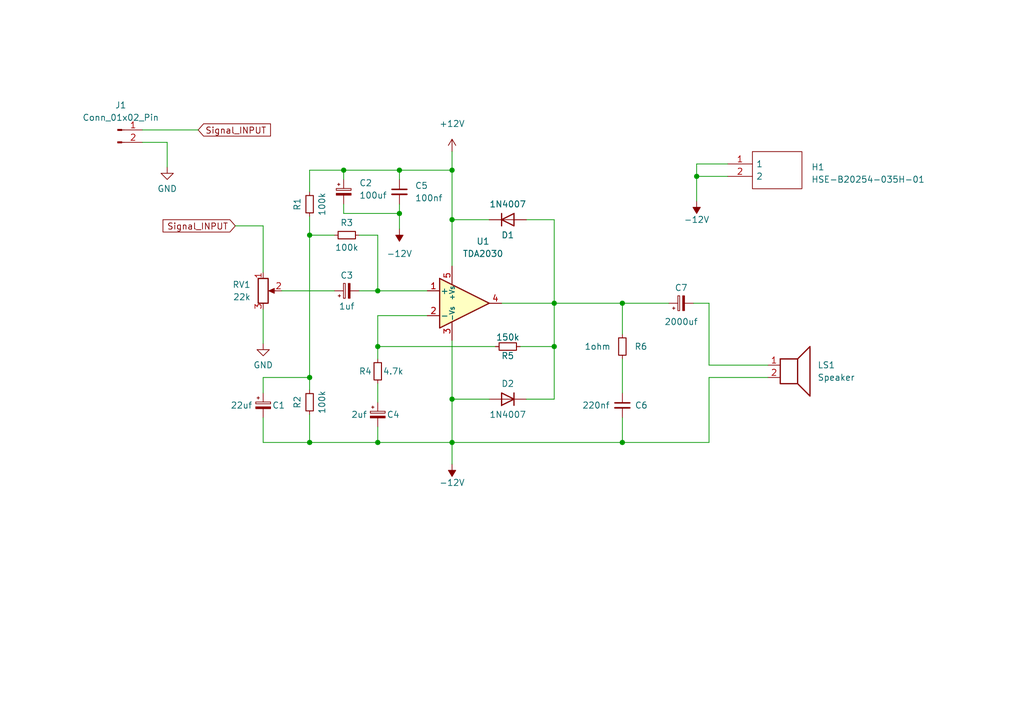
<source format=kicad_sch>
(kicad_sch (version 20230121) (generator eeschema)
  (paper "A5")
  (title_block (title "TDA_2030_CIRCUIT_DIAGRAM") (company "SPECIFIC_ELECTRONICS") (comment 1 "AUTHOR NAME - Debraj Das"))
  (lib_symbols
    (symbol "Amplifier_Audio:TDA2030" (pin_names (offset 0.127))
      (property "Reference" "U" (at 3.81 6.35 0))
      (property "Value" "TDA2030" (at 3.81 3.81 0))
      (symbol "TDA2030_0_1"
        (polyline (pts (xy -5.08 5.08) (xy 5.08 0) (xy -5.08 -5.08) (xy -5.08 5.08)) (stroke (width 0.254)) (fill (type background)))
      )
      (symbol "TDA2030_1_1"
        (pin input line (at -7.62 2.54 0) (length 2.54) (name "+") (number "1"))
        (pin input line (at -7.62 -2.54 0) (length 2.54) (name "-") (number "2"))
        (pin power_in line (at -2.54 -7.62 90) (length 3.81) (name "-Vs") (number "3"))
        (pin output line (at 7.62 0 180) (length 2.54) (name "~") (number "4"))
        (pin power_in line (at -2.54 7.62 270) (length 3.81) (name "+Vs") (number "5"))
      )
    )
    (symbol "Connector:Conn_01x02_Pin" (pin_names (offset 1.016) hide)
      (property "Reference" "J" (at 0 2.54 0))
      (property "Value" "Conn_01x02_Pin" (at 0 -5.08 0))
      (symbol "Conn_01x02_Pin_1_1"
        (polyline (pts (xy 1.27 -2.54) (xy 0.8636 -2.54)) (stroke (width 0.1524)))
        (polyline (pts (xy 1.27 0) (xy 0.8636 0)) (stroke (width 0.1524)))
        (rectangle (start 0.8636 -2.413) (end 0 -2.667) (stroke (width 0.1524)) (fill (type outline)))
        (rectangle (start 0.8636 0.127) (end 0 -0.127) (stroke (width 0.1524)) (fill (type outline)))
        (pin passive line (at 5.08 0 180) (length 3.81) (name "Pin_1") (number "1"))
        (pin passive line (at 5.08 -2.54 180) (length 3.81) (name "Pin_2") (number "2"))
      )
    )
    (symbol "Device:C_Polarized_Small" (pin_numbers hide) (pin_names (offset 0.254) hide)
      (property "Reference" "C" (at 0.254 1.778 0))
      (property "Value" "C_Polarized_Small" (at 0.254 -2.032 0))
      (symbol "C_Polarized_Small_0_1"
        (rectangle (start -1.524 -0.3048) (end 1.524 -0.6858) (fill (type outline)))
        (rectangle (start -1.524 0.6858) (end 1.524 0.3048))
        (polyline (pts (xy -1.27 1.524) (xy -0.762 1.524)))
        (polyline (pts (xy -1.016 1.27) (xy -1.016 1.778)))
      )
      (symbol "C_Polarized_Small_1_1"
        (pin passive line (at 0 2.54 270) (length 1.8542) (name "~") (number "1"))
        (pin passive line (at 0 -2.54 90) (length 1.8542) (name "~") (number "2"))
      )
    )
    (symbol "Device:C_Small" (pin_numbers hide) (pin_names (offset 0.254) hide)
      (property "Reference" "C" (at 0.254 1.778 0))
      (property "Value" "C_Small" (at 0.254 -2.032 0))
      (symbol "C_Small_0_1"
        (polyline (pts (xy -1.524 -0.508) (xy 1.524 -0.508)) (stroke (width 0.3302)))
        (polyline (pts (xy -1.524 0.508) (xy 1.524 0.508)) (stroke (width 0.3048)))
      )
      (symbol "C_Small_1_1"
        (pin passive line (at 0 2.54 270) (length 2.032) (name "~") (number "1"))
        (pin passive line (at 0 -2.54 90) (length 2.032) (name "~") (number "2"))
      )
    )
    (symbol "Device:R_Potentiometer" (pin_names (offset 1.016) hide)
      (property "Reference" "RV" (at -4.445 0 90))
      (property "Value" "R_Potentiometer" (at -2.54 0 90))
      (symbol "R_Potentiometer_0_1"
        (polyline (pts (xy 2.54 0) (xy 1.524 0)))
        (polyline (pts (xy 1.143 0) (xy 2.286 0.508) (xy 2.286 -0.508) (xy 1.143 0)) (fill (type outline)))
        (rectangle (start 1.016 2.54) (end -1.016 -2.54) (stroke (width 0.254)))
      )
      (symbol "R_Potentiometer_1_1"
        (pin passive line (at 0 3.81 270) (length 1.27) (name "1") (number "1"))
        (pin passive line (at 3.81 0 180) (length 1.27) (name "2") (number "2"))
        (pin passive line (at 0 -3.81 90) (length 1.27) (name "3") (number "3"))
      )
    )
    (symbol "Device:R_Small" (pin_numbers hide) (pin_names (offset 0.254) hide)
      (property "Reference" "R" (at 0.762 0.508 0))
      (property "Value" "R_Small" (at 0.762 -1.016 0))
      (symbol "R_Small_0_1"
        (rectangle (start -0.762 1.778) (end 0.762 -1.778) (stroke (width 0.2032)))
      )
      (symbol "R_Small_1_1"
        (pin passive line (at 0 2.54 270) (length 0.762) (name "~") (number "1"))
        (pin passive line (at 0 -2.54 90) (length 0.762) (name "~") (number "2"))
      )
    )
    (symbol "Device:Speaker" (pin_names (offset 0) hide)
      (property "Reference" "LS" (at 1.27 5.715 0))
      (property "Value" "Speaker" (at 1.27 3.81 0))
      (symbol "Speaker_0_0"
        (rectangle (start -2.54 1.27) (end 1.016 -3.81) (stroke (width 0.254)))
        (polyline (pts (xy 1.016 1.27) (xy 3.556 3.81) (xy 3.556 -6.35) (xy 1.016 -3.81)) (stroke (width 0.254)))
      )
      (symbol "Speaker_1_1"
        (pin input line (at -5.08 0 0) (length 2.54) (name "1") (number "1"))
        (pin input line (at -5.08 -2.54 0) (length 2.54) (name "2") (number "2"))
      )
    )
    (symbol "Diode:1N4007" (pin_numbers hide) (pin_names hide)
      (property "Reference" "D" (at 0 2.54 0))
      (property "Value" "1N4007" (at 0 -2.54 0))
      (symbol "1N4007_0_1"
        (polyline (pts (xy -1.27 1.27) (xy -1.27 -1.27)) (stroke (width 0.254)))
        (polyline (pts (xy 1.27 0) (xy -1.27 0)))
        (polyline (pts (xy 1.27 1.27) (xy 1.27 -1.27) (xy -1.27 0) (xy 1.27 1.27)) (stroke (width 0.254)))
      )
      (symbol "1N4007_1_1"
        (pin passive line (at -3.81 0 0) (length 2.54) (name "K") (number "1"))
        (pin passive line (at 3.81 0 180) (length 2.54) (name "A") (number "2"))
      )
    )
    (symbol "SamacSys_Parts:HSE-B20254-035H-01" (pin_names (offset 0.762))
      (property "Reference" "H" (at 16.51 7.62 0))
      (property "Value" "HSE-B20254-035H-01" (at 16.51 5.08 0))
      (symbol "HSE-B20254-035H-01_0_0"
        (pin passive line (at 0 0 0) (length 5.08) (name "1") (number "1"))
        (pin passive line (at 0 -2.54 0) (length 5.08) (name "2") (number "2"))
      )
      (symbol "HSE-B20254-035H-01_0_1"
        (polyline (pts (xy 5.08 2.54) (xy 15.24 2.54) (xy 15.24 -5.08) (xy 5.08 -5.08) (xy 5.08 2.54)) (stroke (width 0.1524)))
      )
    )
    (symbol "power:+12V" (power) (pin_names (offset 0))
      (property "Value" "+12V" (at 0 3.556 0))
      (symbol "+12V_0_1"
        (polyline (pts (xy -0.762 1.27) (xy 0 2.54)))
        (polyline (pts (xy 0 0) (xy 0 2.54)))
        (polyline (pts (xy 0 2.54) (xy 0.762 1.27)))
      )
      (symbol "+12V_1_1"
        (pin power_in line (at 0 0 90) (length 0) hide (name "+12V") (number "1"))
      )
    )
    (symbol "power:-12V" (power) (pin_names (offset 0))
      (property "Value" "-12V" (at 0 3.81 0))
      (symbol "-12V_0_0"
        (pin power_in line (at 0 0 90) (length 0) hide (name "-12V") (number "1"))
      )
      (symbol "-12V_0_1"
        (polyline (pts (xy 0 0) (xy 0 1.27) (xy 0.762 1.27) (xy 0 2.54) (xy -0.762 1.27) (xy 0 1.27)) (fill (type outline)))
      )
    )
    (symbol "power:GND" (power) (pin_names (offset 0))
      (property "Value" "GND" (at 0 -3.81 0))
      (symbol "GND_0_1"
        (polyline (pts (xy 0 0) (xy 0 -1.27) (xy 1.27 -1.27) (xy 0 -2.54) (xy -1.27 -1.27) (xy 0 -1.27)))
      )
      (symbol "GND_1_1"
        (pin power_in line (at 0 0 270) (length 0) hide (name "GND") (number "1"))
      )
    )
  )
  (junction (at 92.71 81.915))
  (junction (at 77.47 59.69))
  (junction (at 81.915 34.925))
  (junction (at 77.47 71.12))
  (junction (at 92.71 45.085))
  (junction (at 92.71 34.925))
  (junction (at 113.665 71.12))
  (junction (at 63.5 90.805))
  (junction (at 92.71 90.805))
  (junction (at 63.5 48.26))
  (junction (at 70.485 34.925))
  (junction (at 127.635 90.805))
  (junction (at 81.915 43.815))
  (junction (at 63.5 77.47))
  (junction (at 77.47 90.805))
  (junction (at 127.635 62.23))
  (junction (at 142.875 36.195))
  (junction (at 113.665 62.23))
  (wire (pts (xy 53.975 80.645) (xy 53.975 77.47)))
  (wire (pts (xy 142.875 36.195) (xy 142.875 41.275)))
  (wire (pts (xy 92.71 81.915) (xy 100.33 81.915)))
  (wire (pts (xy 77.47 73.66) (xy 77.47 71.12)))
  (wire (pts (xy 127.635 90.805) (xy 145.415 90.805)))
  (wire (pts (xy 77.47 90.805) (xy 77.47 87.63)))
  (wire (pts (xy 77.47 48.26) (xy 77.47 59.69)))
  (wire (pts (xy 77.47 78.74) (xy 77.47 82.55)))
  (wire (pts (xy 53.975 77.47) (xy 63.5 77.47)))
  (wire (pts (xy 113.665 62.23) (xy 127.635 62.23)))
  (wire (pts (xy 127.635 62.23) (xy 137.16 62.23)))
  (wire (pts (xy 77.47 71.12) (xy 77.47 64.77)))
  (wire (pts (xy 81.915 34.925) (xy 92.71 34.925)))
  (wire (pts (xy 53.975 63.5) (xy 53.975 70.485)))
  (wire (pts (xy 53.975 55.88) (xy 53.975 46.355)))
  (wire (pts (xy 92.71 81.915) (xy 92.71 90.805)))
  (wire (pts (xy 73.66 59.69) (xy 77.47 59.69)))
  (wire (pts (xy 107.95 45.085) (xy 113.665 45.085)))
  (wire (pts (xy 92.71 90.805) (xy 77.47 90.805)))
  (wire (pts (xy 106.68 71.12) (xy 113.665 71.12)))
  (wire (pts (xy 92.71 45.085) (xy 100.33 45.085)))
  (wire (pts (xy 70.485 34.925) (xy 81.915 34.925)))
  (wire (pts (xy 70.485 41.91) (xy 70.485 43.815)))
  (wire (pts (xy 81.915 43.815) (xy 81.915 46.99)))
  (wire (pts (xy 57.785 59.69) (xy 68.58 59.69)))
  (wire (pts (xy 63.5 39.37) (xy 63.5 34.925)))
  (wire (pts (xy 113.665 81.915) (xy 107.95 81.915)))
  (wire (pts (xy 113.665 71.12) (xy 113.665 81.915)))
  (wire (pts (xy 29.21 29.21) (xy 34.29 29.21)))
  (wire (pts (xy 63.5 90.805) (xy 63.5 85.09)))
  (wire (pts (xy 149.225 33.655) (xy 142.875 33.655)))
  (wire (pts (xy 48.26 46.355) (xy 53.975 46.355)))
  (wire (pts (xy 63.5 90.805) (xy 77.47 90.805)))
  (wire (pts (xy 142.24 62.23) (xy 145.415 62.23)))
  (wire (pts (xy 70.485 34.925) (xy 70.485 36.83)))
  (wire (pts (xy 157.48 77.47) (xy 145.415 77.47)))
  (wire (pts (xy 53.975 90.805) (xy 63.5 90.805)))
  (wire (pts (xy 145.415 62.23) (xy 145.415 74.93)))
  (wire (pts (xy 127.635 62.23) (xy 127.635 68.58)))
  (wire (pts (xy 81.915 43.815) (xy 81.915 41.91)))
  (wire (pts (xy 113.665 62.23) (xy 113.665 71.12)))
  (wire (pts (xy 63.5 48.26) (xy 68.58 48.26)))
  (wire (pts (xy 70.485 43.815) (xy 81.915 43.815)))
  (wire (pts (xy 63.5 77.47) (xy 63.5 80.01)))
  (wire (pts (xy 92.71 31.115) (xy 92.71 34.925)))
  (wire (pts (xy 77.47 59.69) (xy 87.63 59.69)))
  (wire (pts (xy 102.87 62.23) (xy 113.665 62.23)))
  (wire (pts (xy 113.665 45.085) (xy 113.665 62.23)))
  (wire (pts (xy 34.29 29.21) (xy 34.29 34.29)))
  (wire (pts (xy 92.71 34.925) (xy 92.71 45.085)))
  (wire (pts (xy 53.975 85.725) (xy 53.975 90.805)))
  (wire (pts (xy 40.64 26.67) (xy 29.21 26.67)))
  (wire (pts (xy 77.47 64.77) (xy 87.63 64.77)))
  (wire (pts (xy 92.71 90.805) (xy 92.71 95.25)))
  (wire (pts (xy 81.915 34.925) (xy 81.915 36.83)))
  (wire (pts (xy 127.635 90.805) (xy 127.635 85.725)))
  (wire (pts (xy 142.875 33.655) (xy 142.875 36.195)))
  (wire (pts (xy 145.415 77.47) (xy 145.415 90.805)))
  (wire (pts (xy 63.5 34.925) (xy 70.485 34.925)))
  (wire (pts (xy 63.5 48.26) (xy 63.5 77.47)))
  (wire (pts (xy 92.71 90.805) (xy 127.635 90.805)))
  (wire (pts (xy 63.5 44.45) (xy 63.5 48.26)))
  (wire (pts (xy 73.66 48.26) (xy 77.47 48.26)))
  (wire (pts (xy 92.71 45.085) (xy 92.71 54.61)))
  (wire (pts (xy 77.47 71.12) (xy 101.6 71.12)))
  (wire (pts (xy 127.635 73.66) (xy 127.635 80.645)))
  (wire (pts (xy 92.71 69.85) (xy 92.71 81.915)))
  (wire (pts (xy 145.415 74.93) (xy 157.48 74.93)))
  (wire (pts (xy 142.875 36.195) (xy 149.225 36.195)))
  (global_label "Signal_INPUT" (shape input) (at 40.64 26.67 0) (property "Intersheetrefs" "${INTERSHEET_REFS}" (effects hide)))
  (global_label "Signal_INPUT" (shape input) (at 48.26 46.355 180) (property "Intersheetrefs" "${INTERSHEET_REFS}" (effects hide)))
  (symbol (lib_id "Connector:Conn_01x02_Pin") (at 24.13 26.67 0) (unit 1)
    (property "Reference" "J1" (at 24.765 21.59 0))
    (property "Value" "Conn_01x02_Pin" (at 24.765 24.13 0))
    (property "Footprint" "footprints:JST_B2B-PH-K-S(LF)(SN)" (effects hide))
  )
  (symbol (lib_id "Device:R_Small") (at 63.5 82.55 180) (unit 1)
    (property "Reference" "R2" (at 60.96 82.55 90))
    (property "Value" "100k" (at 66.04 82.55 90))
    (property "Footprint" "Resistor_SMD:R_0805_2012Metric_Pad1.20x1.40mm_HandSolder" (effects hide))
  )
  (symbol (lib_id "Device:C_Polarized_Small") (at 53.975 83.185 0) (unit 1)
    (property "Reference" "C1" (at 57.15 83.185 0))
    (property "Value" "22uf" (at 49.53 83.185 0))
    (property "Footprint" "Capacitor_THT:CP_Radial_D8.0mm_P5.00mm" (effects hide))
  )
  (symbol (lib_id "Diode:1N4007") (at 104.14 45.085 0) (unit 1)
    (property "Reference" "D1" (at 104.14 48.26 0))
    (property "Value" "1N4007" (at 104.14 41.91 0))
    (property "Footprint" "Diode_THT:D_DO-41_SOD81_P10.16mm_Horizontal" (effects hide))
    (property "Datasheet" "http://www.vishay.com/docs/88503/1n4001.pdf" (effects hide))
  )
  (symbol (lib_id "Device:C_Polarized_Small") (at 71.12 59.69 90) (unit 1)
    (property "Reference" "C3" (at 71.12 56.515 90))
    (property "Value" "1uf" (at 71.12 62.865 90))
    (property "Footprint" "Capacitor_SMD:C_0805_2012Metric_Pad1.18x1.45mm_HandSolder" (effects hide))
  )
  (symbol (lib_id "Device:R_Small") (at 63.5 41.91 180) (unit 1)
    (property "Reference" "R1" (at 60.96 41.91 90))
    (property "Value" "100k" (at 66.04 41.91 90))
    (property "Footprint" "Resistor_SMD:R_0805_2012Metric_Pad1.20x1.40mm_HandSolder" (effects hide))
  )
  (symbol (lib_id "Device:R_Small") (at 127.635 71.12 0) (unit 1)
    (property "Reference" "R6" (at 131.445 71.12 0))
    (property "Value" "1ohm" (at 122.555 71.12 0))
    (property "Footprint" "Resistor_THT:R_Axial_DIN0204_L3.6mm_D1.6mm_P7.62mm_Horizontal" (effects hide))
  )
  (symbol (lib_id "Device:C_Small") (at 127.635 83.185 0) (unit 1)
    (property "Reference" "C6" (at 130.175 83.185 0) (effects (justify left)))
    (property "Value" "220nf" (at 119.38 83.185 0) (effects (justify left)))
    (property "Footprint" "Capacitor_SMD:C_0805_2012Metric_Pad1.18x1.45mm_HandSolder" (effects hide))
  )
  (symbol (lib_id "power:-12V") (at 92.71 95.25 180) (unit 1)
    (property "Reference" "#PWR04" (effects hide))
    (property "Value" "-12V" (at 92.71 99.06 0))
  )
  (symbol (lib_id "SamacSys_Parts:HSE-B20254-035H-01") (at 149.225 33.655 0) (unit 1)
    (property "Reference" "H1" (at 166.37 34.29 0) (effects (justify left)))
    (property "Value" "HSE-B20254-035H-01" (at 166.37 36.83 0) (effects (justify left)))
    (property "Footprint" "HSEB20254035H01" (effects hide))
    (property "Datasheet" "https://www.cui.com/product/resource/digikeypdf/hse-bx-035h-01.pdf" (effects hide))
    (property "Description" "Heat Sinks 25.4x35x12.7mm w/pin extrusion TO-220" (effects hide))
    (property "Height" "25.4" (effects hide))
    (property "Manufacturer_Name" "CUI Inc." (effects hide))
    (property "Manufacturer_Part_Number" "HSE-B20254-035H-01" (effects hide))
    (property "Mouser Part Number" "490-HSE-B20254035H01" (effects hide))
    (property "Mouser Price/Stock" "https://www.mouser.co.uk/ProductDetail/CUI-Devices/HSE-B20254-035H-01?qs=5aG0NVq1C4yjFNoXzobJsA%3D%3D" (effects hide))
    (property "Arrow Part Number" "HSE-B20254-035H-01" (effects hide))
    (property "Arrow Price/Stock" "https://www.arrow.com/en/products/hse-b20254-035h-01/cui-devices?region=nac" (effects hide))
  )
  (symbol (lib_id "Device:R_Potentiometer") (at 53.975 59.69 0) (unit 1)
    (property "Reference" "RV1" (at 51.435 58.4199 0) (effects (justify right)))
    (property "Value" "22k" (at 51.435 60.9599 0) (effects (justify right)))
    (property "Footprint" "Potentiometer_THT:Potentiometer_Piher_T-16H_Single_Horizontal" (effects hide))
  )
  (symbol (lib_id "Device:C_Polarized_Small") (at 139.7 62.23 90) (unit 1)
    (property "Reference" "C7" (at 139.7 59.055 90))
    (property "Value" "2000uf" (at 139.7 66.04 90))
    (property "Footprint" "Capacitor_THT:CP_Radial_D12.5mm_P5.00mm" (effects hide))
  )
  (symbol (lib_id "power:-12V") (at 142.875 41.275 180) (unit 1)
    (property "Reference" "#PWR05" (effects hide))
    (property "Value" "-12V" (at 142.875 45.085 0))
  )
  (symbol (lib_id "power:GND") (at 34.29 34.29 0) (unit 1)
    (property "Reference" "#PWR06" (effects hide))
    (property "Value" "GND" (at 34.29 38.735 0))
  )
  (symbol (lib_id "power:+12V") (at 92.71 31.115 0) (unit 1)
    (property "Reference" "#PWR03" (effects hide))
    (property "Value" "+12V" (at 92.71 25.4 0))
  )
  (symbol (lib_id "Device:C_Polarized_Small") (at 77.47 85.09 0) (unit 1)
    (property "Reference" "C4" (at 80.645 85.09 0))
    (property "Value" "2uf" (at 73.66 85.09 0))
    (property "Footprint" "Capacitor_SMD:C_0805_2012Metric_Pad1.18x1.45mm_HandSolder" (effects hide))
  )
  (symbol (lib_id "Device:C_Polarized_Small") (at 70.485 39.37 0) (unit 1)
    (property "Reference" "C2" (at 73.66 37.5538 0) (effects (justify left)))
    (property "Value" "100uf" (at 73.66 40.0938 0) (effects (justify left)))
    (property "Footprint" "Capacitor_THT:CP_Radial_D10.0mm_P5.00mm" (effects hide))
  )
  (symbol (lib_id "power:GND") (at 53.975 70.485 0) (unit 1)
    (property "Reference" "#PWR01" (effects hide))
    (property "Value" "GND" (at 53.975 74.93 0))
  )
  (symbol (lib_id "Device:R_Small") (at 104.14 71.12 270) (unit 1)
    (property "Reference" "R5" (at 104.14 73.025 90))
    (property "Value" "150k" (at 104.14 69.215 90))
    (property "Footprint" "Resistor_SMD:R_0805_2012Metric_Pad1.20x1.40mm_HandSolder" (effects hide))
  )
  (symbol (lib_id "Device:R_Small") (at 71.12 48.26 90) (unit 1)
    (property "Reference" "R3" (at 71.12 45.72 90))
    (property "Value" "100k" (at 71.12 50.8 90))
    (property "Footprint" "Resistor_SMD:R_0805_2012Metric_Pad1.20x1.40mm_HandSolder" (effects hide))
  )
  (symbol (lib_id "Amplifier_Audio:TDA2030") (at 95.25 62.23 0) (unit 1)
    (property "Reference" "U1" (at 99.06 49.53 0))
    (property "Value" "TDA2030" (at 99.06 52.07 0))
    (property "Footprint" "Package_TO_SOT_THT:TO-220-5_P3.4x3.7mm_StaggerOdd_Lead3.8mm_Vertical" (effects hide))
    (property "Datasheet" "http://www.st.com/resource/en/datasheet/cd00000128.pdf" (effects hide))
  )
  (symbol (lib_id "power:-12V") (at 81.915 46.99 180) (unit 1)
    (property "Reference" "#PWR02" (effects hide))
    (property "Value" "-12V" (at 81.915 52.07 0))
  )
  (symbol (lib_id "Device:Speaker") (at 162.56 74.93 0) (unit 1)
    (property "Reference" "LS1" (at 167.64 74.9299 0) (effects (justify left)))
    (property "Value" "Speaker" (at 167.64 77.4699 0) (effects (justify left)))
    (property "Footprint" "footprints:JST_B2B-PH-K-S(LF)(SN)" (effects hide))
  )
  (symbol (lib_id "Diode:1N4007") (at 104.14 81.915 180) (unit 1)
    (property "Reference" "D2" (at 104.14 78.74 0))
    (property "Value" "1N4007" (at 104.14 85.09 0))
    (property "Footprint" "Diode_THT:D_DO-41_SOD81_P10.16mm_Horizontal" (effects hide))
    (property "Datasheet" "http://www.vishay.com/docs/88503/1n4001.pdf" (effects hide))
  )
  (symbol (lib_id "Device:R_Small") (at 77.47 76.2 180) (unit 1)
    (property "Reference" "R4" (at 74.93 76.2 0))
    (property "Value" "4.7k" (at 80.645 76.2 0))
    (property "Footprint" "Resistor_SMD:R_0805_2012Metric_Pad1.20x1.40mm_HandSolder" (effects hide))
  )
  (symbol (lib_id "Device:C_Small") (at 81.915 39.37 0) (unit 1)
    (property "Reference" "C5" (at 85.09 38.1062 0) (effects (justify left)))
    (property "Value" "100nf" (at 85.09 40.6462 0) (effects (justify left)))
    (property "Footprint" "Capacitor_SMD:C_0805_2012Metric_Pad1.18x1.45mm_HandSolder" (effects hide))
  )
)
</source>
